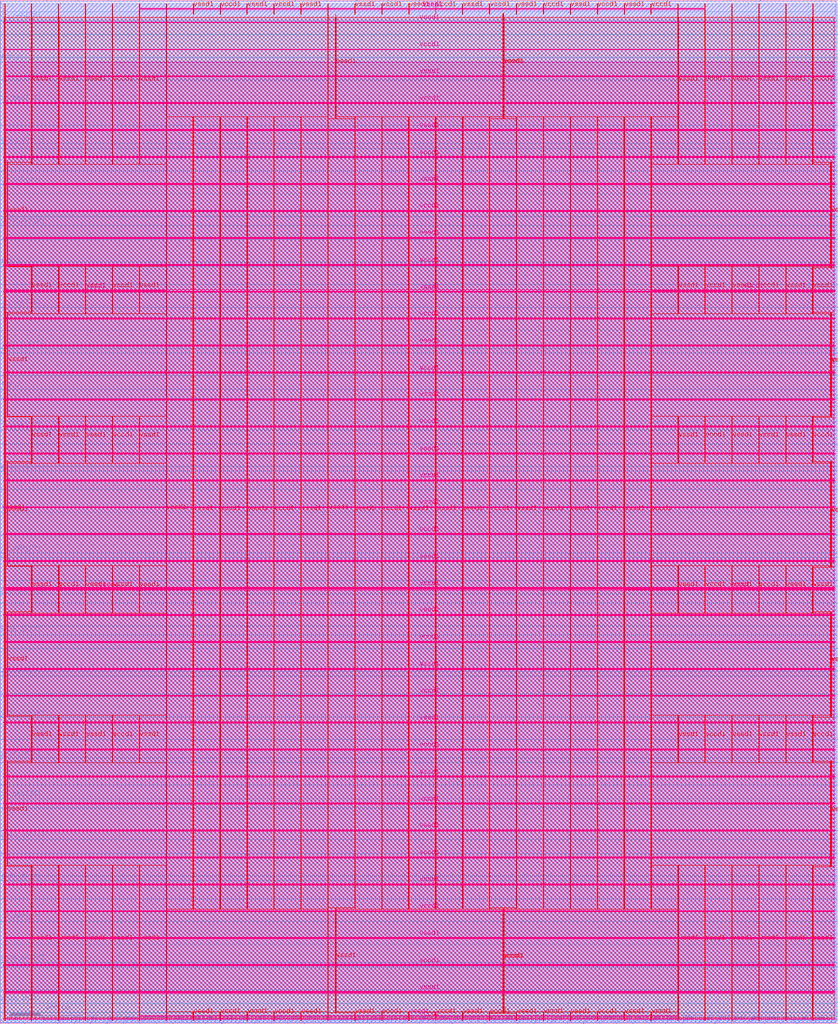
<source format=lef>
VERSION 5.7 ;
  NOWIREEXTENSIONATPIN ON ;
  DIVIDERCHAR "/" ;
  BUSBITCHARS "[]" ;
MACRO pulpino_top
  CLASS BLOCK ;
  FOREIGN pulpino_top ;
  ORIGIN 0.000 0.000 ;
  SIZE 2800.000 BY 3420.000 ;
  PIN clk
    DIRECTION INPUT ;
    USE SIGNAL ;
    PORT
      LAYER met2 ;
        RECT 27.230 0.000 27.510 4.000 ;
    END
  END clk
  PIN clk_sel_i
    DIRECTION INPUT ;
    USE SIGNAL ;
    PORT
      LAYER met3 ;
        RECT 2796.000 37.440 2800.000 38.040 ;
    END
  END clk_sel_i
  PIN clk_standalone_i
    DIRECTION INPUT ;
    USE SIGNAL ;
    PORT
      LAYER met3 ;
        RECT 2796.000 265.240 2800.000 265.840 ;
    END
  END clk_standalone_i
  PIN fetch_enable_i
    DIRECTION INPUT ;
    USE SIGNAL ;
    PORT
      LAYER met3 ;
        RECT 2796.000 720.840 2800.000 721.440 ;
    END
  END fetch_enable_i
  PIN gpio_in[0]
    DIRECTION INPUT ;
    USE SIGNAL ;
    PORT
      LAYER met2 ;
        RECT 1606.870 3416.000 1607.150 3420.000 ;
    END
  END gpio_in[0]
  PIN gpio_in[10]
    DIRECTION INPUT ;
    USE SIGNAL ;
    PORT
      LAYER met2 ;
        RECT 246.650 0.000 246.930 4.000 ;
    END
  END gpio_in[10]
  PIN gpio_in[11]
    DIRECTION INPUT ;
    USE SIGNAL ;
    PORT
      LAYER met2 ;
        RECT 301.390 0.000 301.670 4.000 ;
    END
  END gpio_in[11]
  PIN gpio_in[12]
    DIRECTION INPUT ;
    USE SIGNAL ;
    PORT
      LAYER met2 ;
        RECT 356.590 0.000 356.870 4.000 ;
    END
  END gpio_in[12]
  PIN gpio_in[13]
    DIRECTION INPUT ;
    USE SIGNAL ;
    PORT
      LAYER met2 ;
        RECT 411.330 0.000 411.610 4.000 ;
    END
  END gpio_in[13]
  PIN gpio_in[14]
    DIRECTION INPUT ;
    USE SIGNAL ;
    PORT
      LAYER met2 ;
        RECT 466.070 0.000 466.350 4.000 ;
    END
  END gpio_in[14]
  PIN gpio_in[15]
    DIRECTION INPUT ;
    USE SIGNAL ;
    PORT
      LAYER met2 ;
        RECT 521.270 0.000 521.550 4.000 ;
    END
  END gpio_in[15]
  PIN gpio_in[16]
    DIRECTION INPUT ;
    USE SIGNAL ;
    PORT
      LAYER met2 ;
        RECT 576.010 0.000 576.290 4.000 ;
    END
  END gpio_in[16]
  PIN gpio_in[17]
    DIRECTION INPUT ;
    USE SIGNAL ;
    PORT
      LAYER met2 ;
        RECT 630.750 0.000 631.030 4.000 ;
    END
  END gpio_in[17]
  PIN gpio_in[18]
    DIRECTION INPUT ;
    USE SIGNAL ;
    PORT
      LAYER met2 ;
        RECT 685.950 0.000 686.230 4.000 ;
    END
  END gpio_in[18]
  PIN gpio_in[19]
    DIRECTION INPUT ;
    USE SIGNAL ;
    PORT
      LAYER met2 ;
        RECT 740.690 0.000 740.970 4.000 ;
    END
  END gpio_in[19]
  PIN gpio_in[1]
    DIRECTION INPUT ;
    USE SIGNAL ;
    PORT
      LAYER met2 ;
        RECT 1918.290 3416.000 1918.570 3420.000 ;
    END
  END gpio_in[1]
  PIN gpio_in[20]
    DIRECTION INPUT ;
    USE SIGNAL ;
    PORT
      LAYER met2 ;
        RECT 795.430 0.000 795.710 4.000 ;
    END
  END gpio_in[20]
  PIN gpio_in[21]
    DIRECTION INPUT ;
    USE SIGNAL ;
    PORT
      LAYER met2 ;
        RECT 850.630 0.000 850.910 4.000 ;
    END
  END gpio_in[21]
  PIN gpio_in[22]
    DIRECTION INPUT ;
    USE SIGNAL ;
    PORT
      LAYER met2 ;
        RECT 905.370 0.000 905.650 4.000 ;
    END
  END gpio_in[22]
  PIN gpio_in[23]
    DIRECTION INPUT ;
    USE SIGNAL ;
    PORT
      LAYER met2 ;
        RECT 960.570 0.000 960.850 4.000 ;
    END
  END gpio_in[23]
  PIN gpio_in[24]
    DIRECTION INPUT ;
    USE SIGNAL ;
    PORT
      LAYER met2 ;
        RECT 1015.310 0.000 1015.590 4.000 ;
    END
  END gpio_in[24]
  PIN gpio_in[25]
    DIRECTION INPUT ;
    USE SIGNAL ;
    PORT
      LAYER met2 ;
        RECT 1070.050 0.000 1070.330 4.000 ;
    END
  END gpio_in[25]
  PIN gpio_in[26]
    DIRECTION INPUT ;
    USE SIGNAL ;
    PORT
      LAYER met2 ;
        RECT 1125.250 0.000 1125.530 4.000 ;
    END
  END gpio_in[26]
  PIN gpio_in[27]
    DIRECTION INPUT ;
    USE SIGNAL ;
    PORT
      LAYER met2 ;
        RECT 1179.990 0.000 1180.270 4.000 ;
    END
  END gpio_in[27]
  PIN gpio_in[28]
    DIRECTION INPUT ;
    USE SIGNAL ;
    PORT
      LAYER met2 ;
        RECT 1234.730 0.000 1235.010 4.000 ;
    END
  END gpio_in[28]
  PIN gpio_in[29]
    DIRECTION INPUT ;
    USE SIGNAL ;
    PORT
      LAYER met2 ;
        RECT 1289.930 0.000 1290.210 4.000 ;
    END
  END gpio_in[29]
  PIN gpio_in[2]
    DIRECTION INPUT ;
    USE SIGNAL ;
    PORT
      LAYER met2 ;
        RECT 2229.250 3416.000 2229.530 3420.000 ;
    END
  END gpio_in[2]
  PIN gpio_in[30]
    DIRECTION INPUT ;
    USE SIGNAL ;
    PORT
      LAYER met2 ;
        RECT 1344.670 0.000 1344.950 4.000 ;
    END
  END gpio_in[30]
  PIN gpio_in[31]
    DIRECTION INPUT ;
    USE SIGNAL ;
    PORT
      LAYER met2 ;
        RECT 1399.410 0.000 1399.690 4.000 ;
    END
  END gpio_in[31]
  PIN gpio_in[3]
    DIRECTION INPUT ;
    USE SIGNAL ;
    PORT
      LAYER met2 ;
        RECT 2540.210 3416.000 2540.490 3420.000 ;
    END
  END gpio_in[3]
  PIN gpio_in[4]
    DIRECTION INPUT ;
    USE SIGNAL ;
    PORT
      LAYER met3 ;
        RECT 0.000 68.040 4.000 68.640 ;
    END
  END gpio_in[4]
  PIN gpio_in[5]
    DIRECTION INPUT ;
    USE SIGNAL ;
    PORT
      LAYER met3 ;
        RECT 0.000 478.080 4.000 478.680 ;
    END
  END gpio_in[5]
  PIN gpio_in[6]
    DIRECTION INPUT ;
    USE SIGNAL ;
    PORT
      LAYER met3 ;
        RECT 0.000 888.120 4.000 888.720 ;
    END
  END gpio_in[6]
  PIN gpio_in[7]
    DIRECTION INPUT ;
    USE SIGNAL ;
    PORT
      LAYER met3 ;
        RECT 0.000 1298.840 4.000 1299.440 ;
    END
  END gpio_in[7]
  PIN gpio_in[8]
    DIRECTION INPUT ;
    USE SIGNAL ;
    PORT
      LAYER met2 ;
        RECT 136.710 0.000 136.990 4.000 ;
    END
  END gpio_in[8]
  PIN gpio_in[9]
    DIRECTION INPUT ;
    USE SIGNAL ;
    PORT
      LAYER met2 ;
        RECT 191.910 0.000 192.190 4.000 ;
    END
  END gpio_in[9]
  PIN gpio_out[0]
    DIRECTION OUTPUT TRISTATE ;
    USE SIGNAL ;
    PORT
      LAYER met3 ;
        RECT 0.000 204.720 4.000 205.320 ;
    END
  END gpio_out[0]
  PIN gpio_out[10]
    DIRECTION OUTPUT TRISTATE ;
    USE SIGNAL ;
    PORT
      LAYER met2 ;
        RECT 1564.090 0.000 1564.370 4.000 ;
    END
  END gpio_out[10]
  PIN gpio_out[11]
    DIRECTION OUTPUT TRISTATE ;
    USE SIGNAL ;
    PORT
      LAYER met2 ;
        RECT 1619.290 0.000 1619.570 4.000 ;
    END
  END gpio_out[11]
  PIN gpio_out[12]
    DIRECTION OUTPUT TRISTATE ;
    USE SIGNAL ;
    PORT
      LAYER met2 ;
        RECT 1674.030 0.000 1674.310 4.000 ;
    END
  END gpio_out[12]
  PIN gpio_out[13]
    DIRECTION OUTPUT TRISTATE ;
    USE SIGNAL ;
    PORT
      LAYER met2 ;
        RECT 1728.770 0.000 1729.050 4.000 ;
    END
  END gpio_out[13]
  PIN gpio_out[14]
    DIRECTION OUTPUT TRISTATE ;
    USE SIGNAL ;
    PORT
      LAYER met2 ;
        RECT 1783.970 0.000 1784.250 4.000 ;
    END
  END gpio_out[14]
  PIN gpio_out[15]
    DIRECTION OUTPUT TRISTATE ;
    USE SIGNAL ;
    PORT
      LAYER met2 ;
        RECT 1838.710 0.000 1838.990 4.000 ;
    END
  END gpio_out[15]
  PIN gpio_out[16]
    DIRECTION OUTPUT TRISTATE ;
    USE SIGNAL ;
    PORT
      LAYER met2 ;
        RECT 1893.910 0.000 1894.190 4.000 ;
    END
  END gpio_out[16]
  PIN gpio_out[17]
    DIRECTION OUTPUT TRISTATE ;
    USE SIGNAL ;
    PORT
      LAYER met2 ;
        RECT 1948.650 0.000 1948.930 4.000 ;
    END
  END gpio_out[17]
  PIN gpio_out[18]
    DIRECTION OUTPUT TRISTATE ;
    USE SIGNAL ;
    PORT
      LAYER met2 ;
        RECT 2003.390 0.000 2003.670 4.000 ;
    END
  END gpio_out[18]
  PIN gpio_out[19]
    DIRECTION OUTPUT TRISTATE ;
    USE SIGNAL ;
    PORT
      LAYER met2 ;
        RECT 2058.590 0.000 2058.870 4.000 ;
    END
  END gpio_out[19]
  PIN gpio_out[1]
    DIRECTION OUTPUT TRISTATE ;
    USE SIGNAL ;
    PORT
      LAYER met3 ;
        RECT 0.000 614.760 4.000 615.360 ;
    END
  END gpio_out[1]
  PIN gpio_out[20]
    DIRECTION OUTPUT TRISTATE ;
    USE SIGNAL ;
    PORT
      LAYER met2 ;
        RECT 2113.330 0.000 2113.610 4.000 ;
    END
  END gpio_out[20]
  PIN gpio_out[21]
    DIRECTION OUTPUT TRISTATE ;
    USE SIGNAL ;
    PORT
      LAYER met2 ;
        RECT 2168.070 0.000 2168.350 4.000 ;
    END
  END gpio_out[21]
  PIN gpio_out[22]
    DIRECTION OUTPUT TRISTATE ;
    USE SIGNAL ;
    PORT
      LAYER met2 ;
        RECT 2223.270 0.000 2223.550 4.000 ;
    END
  END gpio_out[22]
  PIN gpio_out[23]
    DIRECTION OUTPUT TRISTATE ;
    USE SIGNAL ;
    PORT
      LAYER met2 ;
        RECT 2278.010 0.000 2278.290 4.000 ;
    END
  END gpio_out[23]
  PIN gpio_out[24]
    DIRECTION OUTPUT TRISTATE ;
    USE SIGNAL ;
    PORT
      LAYER met2 ;
        RECT 2332.750 0.000 2333.030 4.000 ;
    END
  END gpio_out[24]
  PIN gpio_out[25]
    DIRECTION OUTPUT TRISTATE ;
    USE SIGNAL ;
    PORT
      LAYER met2 ;
        RECT 2387.950 0.000 2388.230 4.000 ;
    END
  END gpio_out[25]
  PIN gpio_out[26]
    DIRECTION OUTPUT TRISTATE ;
    USE SIGNAL ;
    PORT
      LAYER met2 ;
        RECT 2442.690 0.000 2442.970 4.000 ;
    END
  END gpio_out[26]
  PIN gpio_out[27]
    DIRECTION OUTPUT TRISTATE ;
    USE SIGNAL ;
    PORT
      LAYER met2 ;
        RECT 2497.430 0.000 2497.710 4.000 ;
    END
  END gpio_out[27]
  PIN gpio_out[28]
    DIRECTION OUTPUT TRISTATE ;
    USE SIGNAL ;
    PORT
      LAYER met2 ;
        RECT 2552.630 0.000 2552.910 4.000 ;
    END
  END gpio_out[28]
  PIN gpio_out[29]
    DIRECTION OUTPUT TRISTATE ;
    USE SIGNAL ;
    PORT
      LAYER met2 ;
        RECT 2607.370 0.000 2607.650 4.000 ;
    END
  END gpio_out[29]
  PIN gpio_out[2]
    DIRECTION OUTPUT TRISTATE ;
    USE SIGNAL ;
    PORT
      LAYER met3 ;
        RECT 0.000 1025.480 4.000 1026.080 ;
    END
  END gpio_out[2]
  PIN gpio_out[30]
    DIRECTION OUTPUT TRISTATE ;
    USE SIGNAL ;
    PORT
      LAYER met2 ;
        RECT 2662.110 0.000 2662.390 4.000 ;
    END
  END gpio_out[30]
  PIN gpio_out[31]
    DIRECTION OUTPUT TRISTATE ;
    USE SIGNAL ;
    PORT
      LAYER met2 ;
        RECT 2717.310 0.000 2717.590 4.000 ;
    END
  END gpio_out[31]
  PIN gpio_out[3]
    DIRECTION OUTPUT TRISTATE ;
    USE SIGNAL ;
    PORT
      LAYER met3 ;
        RECT 0.000 1435.520 4.000 1436.120 ;
    END
  END gpio_out[3]
  PIN gpio_out[4]
    DIRECTION OUTPUT TRISTATE ;
    USE SIGNAL ;
    PORT
      LAYER met3 ;
        RECT 0.000 1846.240 4.000 1846.840 ;
    END
  END gpio_out[4]
  PIN gpio_out[5]
    DIRECTION OUTPUT TRISTATE ;
    USE SIGNAL ;
    PORT
      LAYER met3 ;
        RECT 0.000 2256.280 4.000 2256.880 ;
    END
  END gpio_out[5]
  PIN gpio_out[6]
    DIRECTION OUTPUT TRISTATE ;
    USE SIGNAL ;
    PORT
      LAYER met3 ;
        RECT 0.000 2667.000 4.000 2667.600 ;
    END
  END gpio_out[6]
  PIN gpio_out[7]
    DIRECTION OUTPUT TRISTATE ;
    USE SIGNAL ;
    PORT
      LAYER met3 ;
        RECT 0.000 2940.360 4.000 2940.960 ;
    END
  END gpio_out[7]
  PIN gpio_out[8]
    DIRECTION OUTPUT TRISTATE ;
    USE SIGNAL ;
    PORT
      LAYER met2 ;
        RECT 1454.610 0.000 1454.890 4.000 ;
    END
  END gpio_out[8]
  PIN gpio_out[9]
    DIRECTION OUTPUT TRISTATE ;
    USE SIGNAL ;
    PORT
      LAYER met2 ;
        RECT 1509.350 0.000 1509.630 4.000 ;
    END
  END gpio_out[9]
  PIN io_oeb[0]
    DIRECTION OUTPUT TRISTATE ;
    USE SIGNAL ;
    PORT
      LAYER met3 ;
        RECT 2796.000 189.080 2800.000 189.680 ;
    END
  END io_oeb[0]
  PIN io_oeb[10]
    DIRECTION OUTPUT TRISTATE ;
    USE SIGNAL ;
    PORT
      LAYER met3 ;
        RECT 2796.000 2469.120 2800.000 2469.720 ;
    END
  END io_oeb[10]
  PIN io_oeb[11]
    DIRECTION OUTPUT TRISTATE ;
    USE SIGNAL ;
    PORT
      LAYER met3 ;
        RECT 2796.000 2696.920 2800.000 2697.520 ;
    END
  END io_oeb[11]
  PIN io_oeb[12]
    DIRECTION OUTPUT TRISTATE ;
    USE SIGNAL ;
    PORT
      LAYER met3 ;
        RECT 2796.000 2924.720 2800.000 2925.320 ;
    END
  END io_oeb[12]
  PIN io_oeb[13]
    DIRECTION OUTPUT TRISTATE ;
    USE SIGNAL ;
    PORT
      LAYER met3 ;
        RECT 2796.000 3152.520 2800.000 3153.120 ;
    END
  END io_oeb[13]
  PIN io_oeb[14]
    DIRECTION OUTPUT TRISTATE ;
    USE SIGNAL ;
    PORT
      LAYER met3 ;
        RECT 2796.000 3381.000 2800.000 3381.600 ;
    END
  END io_oeb[14]
  PIN io_oeb[15]
    DIRECTION OUTPUT TRISTATE ;
    USE SIGNAL ;
    PORT
      LAYER met2 ;
        RECT 258.610 3416.000 258.890 3420.000 ;
    END
  END io_oeb[15]
  PIN io_oeb[16]
    DIRECTION OUTPUT TRISTATE ;
    USE SIGNAL ;
    PORT
      LAYER met2 ;
        RECT 570.030 3416.000 570.310 3420.000 ;
    END
  END io_oeb[16]
  PIN io_oeb[17]
    DIRECTION OUTPUT TRISTATE ;
    USE SIGNAL ;
    PORT
      LAYER met2 ;
        RECT 880.990 3416.000 881.270 3420.000 ;
    END
  END io_oeb[17]
  PIN io_oeb[18]
    DIRECTION OUTPUT TRISTATE ;
    USE SIGNAL ;
    PORT
      LAYER met2 ;
        RECT 1191.950 3416.000 1192.230 3420.000 ;
    END
  END io_oeb[18]
  PIN io_oeb[19]
    DIRECTION OUTPUT TRISTATE ;
    USE SIGNAL ;
    PORT
      LAYER met2 ;
        RECT 1503.370 3416.000 1503.650 3420.000 ;
    END
  END io_oeb[19]
  PIN io_oeb[1]
    DIRECTION OUTPUT TRISTATE ;
    USE SIGNAL ;
    PORT
      LAYER met3 ;
        RECT 2796.000 416.880 2800.000 417.480 ;
    END
  END io_oeb[1]
  PIN io_oeb[20]
    DIRECTION OUTPUT TRISTATE ;
    USE SIGNAL ;
    PORT
      LAYER met2 ;
        RECT 1814.330 3416.000 1814.610 3420.000 ;
    END
  END io_oeb[20]
  PIN io_oeb[21]
    DIRECTION OUTPUT TRISTATE ;
    USE SIGNAL ;
    PORT
      LAYER met2 ;
        RECT 2125.290 3416.000 2125.570 3420.000 ;
    END
  END io_oeb[21]
  PIN io_oeb[22]
    DIRECTION OUTPUT TRISTATE ;
    USE SIGNAL ;
    PORT
      LAYER met2 ;
        RECT 2436.710 3416.000 2436.990 3420.000 ;
    END
  END io_oeb[22]
  PIN io_oeb[23]
    DIRECTION OUTPUT TRISTATE ;
    USE SIGNAL ;
    PORT
      LAYER met2 ;
        RECT 2747.670 3416.000 2747.950 3420.000 ;
    END
  END io_oeb[23]
  PIN io_oeb[24]
    DIRECTION OUTPUT TRISTATE ;
    USE SIGNAL ;
    PORT
      LAYER met3 ;
        RECT 0.000 341.400 4.000 342.000 ;
    END
  END io_oeb[24]
  PIN io_oeb[25]
    DIRECTION OUTPUT TRISTATE ;
    USE SIGNAL ;
    PORT
      LAYER met3 ;
        RECT 0.000 751.440 4.000 752.040 ;
    END
  END io_oeb[25]
  PIN io_oeb[26]
    DIRECTION OUTPUT TRISTATE ;
    USE SIGNAL ;
    PORT
      LAYER met3 ;
        RECT 0.000 1162.160 4.000 1162.760 ;
    END
  END io_oeb[26]
  PIN io_oeb[27]
    DIRECTION OUTPUT TRISTATE ;
    USE SIGNAL ;
    PORT
      LAYER met3 ;
        RECT 0.000 1572.200 4.000 1572.800 ;
    END
  END io_oeb[27]
  PIN io_oeb[28]
    DIRECTION OUTPUT TRISTATE ;
    USE SIGNAL ;
    PORT
      LAYER met3 ;
        RECT 0.000 1982.920 4.000 1983.520 ;
    END
  END io_oeb[28]
  PIN io_oeb[29]
    DIRECTION OUTPUT TRISTATE ;
    USE SIGNAL ;
    PORT
      LAYER met3 ;
        RECT 0.000 2392.960 4.000 2393.560 ;
    END
  END io_oeb[29]
  PIN io_oeb[2]
    DIRECTION OUTPUT TRISTATE ;
    USE SIGNAL ;
    PORT
      LAYER met3 ;
        RECT 2796.000 645.360 2800.000 645.960 ;
    END
  END io_oeb[2]
  PIN io_oeb[30]
    DIRECTION OUTPUT TRISTATE ;
    USE SIGNAL ;
    PORT
      LAYER met3 ;
        RECT 0.000 2803.680 4.000 2804.280 ;
    END
  END io_oeb[30]
  PIN io_oeb[31]
    DIRECTION OUTPUT TRISTATE ;
    USE SIGNAL ;
    PORT
      LAYER met3 ;
        RECT 0.000 3077.040 4.000 3077.640 ;
    END
  END io_oeb[31]
  PIN io_oeb[32]
    DIRECTION OUTPUT TRISTATE ;
    USE SIGNAL ;
    PORT
      LAYER met3 ;
        RECT 0.000 3350.400 4.000 3351.000 ;
    END
  END io_oeb[32]
  PIN io_oeb[3]
    DIRECTION OUTPUT TRISTATE ;
    USE SIGNAL ;
    PORT
      LAYER met3 ;
        RECT 2796.000 873.160 2800.000 873.760 ;
    END
  END io_oeb[3]
  PIN io_oeb[4]
    DIRECTION OUTPUT TRISTATE ;
    USE SIGNAL ;
    PORT
      LAYER met3 ;
        RECT 2796.000 1100.960 2800.000 1101.560 ;
    END
  END io_oeb[4]
  PIN io_oeb[5]
    DIRECTION OUTPUT TRISTATE ;
    USE SIGNAL ;
    PORT
      LAYER met3 ;
        RECT 2796.000 1328.760 2800.000 1329.360 ;
    END
  END io_oeb[5]
  PIN io_oeb[6]
    DIRECTION OUTPUT TRISTATE ;
    USE SIGNAL ;
    PORT
      LAYER met3 ;
        RECT 2796.000 1557.240 2800.000 1557.840 ;
    END
  END io_oeb[6]
  PIN io_oeb[7]
    DIRECTION OUTPUT TRISTATE ;
    USE SIGNAL ;
    PORT
      LAYER met3 ;
        RECT 2796.000 1785.040 2800.000 1785.640 ;
    END
  END io_oeb[7]
  PIN io_oeb[8]
    DIRECTION OUTPUT TRISTATE ;
    USE SIGNAL ;
    PORT
      LAYER met3 ;
        RECT 2796.000 2012.840 2800.000 2013.440 ;
    END
  END io_oeb[8]
  PIN io_oeb[9]
    DIRECTION OUTPUT TRISTATE ;
    USE SIGNAL ;
    PORT
      LAYER met3 ;
        RECT 2796.000 2240.640 2800.000 2241.240 ;
    END
  END io_oeb[9]
  PIN rst_n
    DIRECTION INPUT ;
    USE SIGNAL ;
    PORT
      LAYER met2 ;
        RECT 81.970 0.000 82.250 4.000 ;
    END
  END rst_n
  PIN scan_enable_i
    DIRECTION INPUT ;
    USE SIGNAL ;
    PORT
      LAYER met3 ;
        RECT 2796.000 949.320 2800.000 949.920 ;
    END
  END scan_enable_i
  PIN scl_pad_i
    DIRECTION INPUT ;
    USE SIGNAL ;
    PORT
      LAYER met2 ;
        RECT 51.610 3416.000 51.890 3420.000 ;
    END
  END scl_pad_i
  PIN scl_pad_o
    DIRECTION OUTPUT TRISTATE ;
    USE SIGNAL ;
    PORT
      LAYER met2 ;
        RECT 777.490 3416.000 777.770 3420.000 ;
    END
  END scl_pad_o
  PIN scl_padoen_o
    DIRECTION OUTPUT TRISTATE ;
    USE SIGNAL ;
    PORT
      LAYER met2 ;
        RECT 1088.450 3416.000 1088.730 3420.000 ;
    END
  END scl_padoen_o
  PIN sda_pad_i
    DIRECTION INPUT ;
    USE SIGNAL ;
    PORT
      LAYER met2 ;
        RECT 362.570 3416.000 362.850 3420.000 ;
    END
  END sda_pad_i
  PIN sda_pad_o
    DIRECTION OUTPUT TRISTATE ;
    USE SIGNAL ;
    PORT
      LAYER met2 ;
        RECT 1399.410 3416.000 1399.690 3420.000 ;
    END
  END sda_pad_o
  PIN sda_padoen_o
    DIRECTION OUTPUT TRISTATE ;
    USE SIGNAL ;
    PORT
      LAYER met2 ;
        RECT 1710.830 3416.000 1711.110 3420.000 ;
    END
  END sda_padoen_o
  PIN spi_clk_i
    DIRECTION INPUT ;
    USE SIGNAL ;
    PORT
      LAYER met3 ;
        RECT 2796.000 1177.120 2800.000 1177.720 ;
    END
  END spi_clk_i
  PIN spi_cs_i
    DIRECTION INPUT ;
    USE SIGNAL ;
    PORT
      LAYER met3 ;
        RECT 2796.000 1404.920 2800.000 1405.520 ;
    END
  END spi_cs_i
  PIN spi_master_clk_o
    DIRECTION OUTPUT TRISTATE ;
    USE SIGNAL ;
    PORT
      LAYER met3 ;
        RECT 2796.000 1481.080 2800.000 1481.680 ;
    END
  END spi_master_clk_o
  PIN spi_master_csn0_o
    DIRECTION OUTPUT TRISTATE ;
    USE SIGNAL ;
    PORT
      LAYER met3 ;
        RECT 2796.000 1708.880 2800.000 1709.480 ;
    END
  END spi_master_csn0_o
  PIN spi_master_csn1_o
    DIRECTION OUTPUT TRISTATE ;
    USE SIGNAL ;
    PORT
      LAYER met3 ;
        RECT 2796.000 1936.680 2800.000 1937.280 ;
    END
  END spi_master_csn1_o
  PIN spi_master_csn2_o
    DIRECTION OUTPUT TRISTATE ;
    USE SIGNAL ;
    PORT
      LAYER met3 ;
        RECT 2796.000 2165.160 2800.000 2165.760 ;
    END
  END spi_master_csn2_o
  PIN spi_master_csn3_o
    DIRECTION OUTPUT TRISTATE ;
    USE SIGNAL ;
    PORT
      LAYER met3 ;
        RECT 2796.000 2392.960 2800.000 2393.560 ;
    END
  END spi_master_csn3_o
  PIN spi_master_mode_o[0]
    DIRECTION OUTPUT TRISTATE ;
    USE SIGNAL ;
    PORT
      LAYER met3 ;
        RECT 2796.000 2620.760 2800.000 2621.360 ;
    END
  END spi_master_mode_o[0]
  PIN spi_master_mode_o[1]
    DIRECTION OUTPUT TRISTATE ;
    USE SIGNAL ;
    PORT
      LAYER met3 ;
        RECT 2796.000 2848.560 2800.000 2849.160 ;
    END
  END spi_master_mode_o[1]
  PIN spi_master_sdi0_i
    DIRECTION INPUT ;
    USE SIGNAL ;
    PORT
      LAYER met3 ;
        RECT 2796.000 2544.600 2800.000 2545.200 ;
    END
  END spi_master_sdi0_i
  PIN spi_master_sdi1_i
    DIRECTION INPUT ;
    USE SIGNAL ;
    PORT
      LAYER met3 ;
        RECT 2796.000 2773.080 2800.000 2773.680 ;
    END
  END spi_master_sdi1_i
  PIN spi_master_sdi2_i
    DIRECTION INPUT ;
    USE SIGNAL ;
    PORT
      LAYER met3 ;
        RECT 2796.000 3000.880 2800.000 3001.480 ;
    END
  END spi_master_sdi2_i
  PIN spi_master_sdi3_i
    DIRECTION INPUT ;
    USE SIGNAL ;
    PORT
      LAYER met3 ;
        RECT 2796.000 3228.680 2800.000 3229.280 ;
    END
  END spi_master_sdi3_i
  PIN spi_master_sdo0_o
    DIRECTION OUTPUT TRISTATE ;
    USE SIGNAL ;
    PORT
      LAYER met3 ;
        RECT 2796.000 3077.040 2800.000 3077.640 ;
    END
  END spi_master_sdo0_o
  PIN spi_master_sdo1_o
    DIRECTION OUTPUT TRISTATE ;
    USE SIGNAL ;
    PORT
      LAYER met3 ;
        RECT 2796.000 3304.840 2800.000 3305.440 ;
    END
  END spi_master_sdo1_o
  PIN spi_master_sdo2_o
    DIRECTION OUTPUT TRISTATE ;
    USE SIGNAL ;
    PORT
      LAYER met2 ;
        RECT 155.110 3416.000 155.390 3420.000 ;
    END
  END spi_master_sdo2_o
  PIN spi_master_sdo3_o
    DIRECTION OUTPUT TRISTATE ;
    USE SIGNAL ;
    PORT
      LAYER met2 ;
        RECT 466.070 3416.000 466.350 3420.000 ;
    END
  END spi_master_sdo3_o
  PIN spi_mode_o[0]
    DIRECTION OUTPUT TRISTATE ;
    USE SIGNAL ;
    PORT
      LAYER met3 ;
        RECT 2796.000 112.920 2800.000 113.520 ;
    END
  END spi_mode_o[0]
  PIN spi_mode_o[1]
    DIRECTION OUTPUT TRISTATE ;
    USE SIGNAL ;
    PORT
      LAYER met3 ;
        RECT 2796.000 341.400 2800.000 342.000 ;
    END
  END spi_mode_o[1]
  PIN spi_sdi0_i
    DIRECTION INPUT ;
    USE SIGNAL ;
    PORT
      LAYER met3 ;
        RECT 2796.000 1632.720 2800.000 1633.320 ;
    END
  END spi_sdi0_i
  PIN spi_sdi1_i
    DIRECTION INPUT ;
    USE SIGNAL ;
    PORT
      LAYER met3 ;
        RECT 2796.000 1861.200 2800.000 1861.800 ;
    END
  END spi_sdi1_i
  PIN spi_sdi2_i
    DIRECTION INPUT ;
    USE SIGNAL ;
    PORT
      LAYER met3 ;
        RECT 2796.000 2089.000 2800.000 2089.600 ;
    END
  END spi_sdi2_i
  PIN spi_sdi3_i
    DIRECTION INPUT ;
    USE SIGNAL ;
    PORT
      LAYER met3 ;
        RECT 2796.000 2316.800 2800.000 2317.400 ;
    END
  END spi_sdi3_i
  PIN spi_sdo0_o
    DIRECTION OUTPUT TRISTATE ;
    USE SIGNAL ;
    PORT
      LAYER met3 ;
        RECT 2796.000 569.200 2800.000 569.800 ;
    END
  END spi_sdo0_o
  PIN spi_sdo1_o
    DIRECTION OUTPUT TRISTATE ;
    USE SIGNAL ;
    PORT
      LAYER met3 ;
        RECT 2796.000 797.000 2800.000 797.600 ;
    END
  END spi_sdo1_o
  PIN spi_sdo2_o
    DIRECTION OUTPUT TRISTATE ;
    USE SIGNAL ;
    PORT
      LAYER met3 ;
        RECT 2796.000 1024.800 2800.000 1025.400 ;
    END
  END spi_sdo2_o
  PIN spi_sdo3_o
    DIRECTION OUTPUT TRISTATE ;
    USE SIGNAL ;
    PORT
      LAYER met3 ;
        RECT 2796.000 1253.280 2800.000 1253.880 ;
    END
  END spi_sdo3_o
  PIN tck_i
    DIRECTION INPUT ;
    USE SIGNAL ;
    PORT
      LAYER met2 ;
        RECT 2772.050 0.000 2772.330 4.000 ;
    END
  END tck_i
  PIN tdi_i
    DIRECTION INPUT ;
    USE SIGNAL ;
    PORT
      LAYER met3 ;
        RECT 0.000 2529.640 4.000 2530.240 ;
    END
  END tdi_i
  PIN tdo_o
    DIRECTION OUTPUT TRISTATE ;
    USE SIGNAL ;
    PORT
      LAYER met3 ;
        RECT 0.000 3213.720 4.000 3214.320 ;
    END
  END tdo_o
  PIN testmode_i
    DIRECTION INPUT ;
    USE SIGNAL ;
    PORT
      LAYER met3 ;
        RECT 2796.000 493.040 2800.000 493.640 ;
    END
  END testmode_i
  PIN tms_i
    DIRECTION INPUT ;
    USE SIGNAL ;
    PORT
      LAYER met3 ;
        RECT 0.000 2119.600 4.000 2120.200 ;
    END
  END tms_i
  PIN trstn_i
    DIRECTION INPUT ;
    USE SIGNAL ;
    PORT
      LAYER met3 ;
        RECT 0.000 1708.880 4.000 1709.480 ;
    END
  END trstn_i
  PIN uart_cts
    DIRECTION INPUT ;
    USE SIGNAL ;
    PORT
      LAYER met2 ;
        RECT 984.950 3416.000 985.230 3420.000 ;
    END
  END uart_cts
  PIN uart_dsr
    DIRECTION INPUT ;
    USE SIGNAL ;
    PORT
      LAYER met2 ;
        RECT 1295.910 3416.000 1296.190 3420.000 ;
    END
  END uart_dsr
  PIN uart_dtr
    DIRECTION OUTPUT TRISTATE ;
    USE SIGNAL ;
    PORT
      LAYER met2 ;
        RECT 2644.170 3416.000 2644.450 3420.000 ;
    END
  END uart_dtr
  PIN uart_rts
    DIRECTION OUTPUT TRISTATE ;
    USE SIGNAL ;
    PORT
      LAYER met2 ;
        RECT 2332.750 3416.000 2333.030 3420.000 ;
    END
  END uart_rts
  PIN uart_rx
    DIRECTION INPUT ;
    USE SIGNAL ;
    PORT
      LAYER met2 ;
        RECT 673.530 3416.000 673.810 3420.000 ;
    END
  END uart_rx
  PIN uart_tx
    DIRECTION OUTPUT TRISTATE ;
    USE SIGNAL ;
    PORT
      LAYER met2 ;
        RECT 2021.790 3416.000 2022.070 3420.000 ;
    END
  END uart_tx
  PIN vccd1
    DIRECTION INOUT ;
    USE POWER ;
    PORT
      LAYER met4 ;
        RECT 14.320 10.640 15.920 3408.400 ;
    END
    PORT
      LAYER met4 ;
        RECT 194.320 10.640 195.920 530.000 ;
    END
    PORT
      LAYER met4 ;
        RECT 194.320 872.700 195.920 1030.000 ;
    END
    PORT
      LAYER met4 ;
        RECT 194.320 1372.700 195.920 1530.000 ;
    END
    PORT
      LAYER met4 ;
        RECT 194.320 1872.700 195.920 2030.000 ;
    END
    PORT
      LAYER met4 ;
        RECT 194.320 2372.700 195.920 2530.000 ;
    END
    PORT
      LAYER met4 ;
        RECT 194.320 2872.700 195.920 3408.400 ;
    END
    PORT
      LAYER met4 ;
        RECT 374.320 10.640 375.920 530.000 ;
    END
    PORT
      LAYER met4 ;
        RECT 374.320 872.700 375.920 1030.000 ;
    END
    PORT
      LAYER met4 ;
        RECT 374.320 1372.700 375.920 1530.000 ;
    END
    PORT
      LAYER met4 ;
        RECT 374.320 1872.700 375.920 2030.000 ;
    END
    PORT
      LAYER met4 ;
        RECT 374.320 2372.700 375.920 2530.000 ;
    END
    PORT
      LAYER met4 ;
        RECT 374.320 2872.700 375.920 3408.400 ;
    END
    PORT
      LAYER met4 ;
        RECT 554.320 10.640 555.920 3408.400 ;
    END
    PORT
      LAYER met4 ;
        RECT 734.320 10.640 735.920 40.000 ;
    END
    PORT
      LAYER met4 ;
        RECT 734.320 382.700 735.920 3030.000 ;
    END
    PORT
      LAYER met4 ;
        RECT 734.320 3372.700 735.920 3408.400 ;
    END
    PORT
      LAYER met4 ;
        RECT 914.320 10.640 915.920 40.000 ;
    END
    PORT
      LAYER met4 ;
        RECT 914.320 382.700 915.920 3030.000 ;
    END
    PORT
      LAYER met4 ;
        RECT 914.320 3372.700 915.920 3408.400 ;
    END
    PORT
      LAYER met4 ;
        RECT 1094.320 10.640 1095.920 3408.400 ;
    END
    PORT
      LAYER met4 ;
        RECT 1274.320 10.640 1275.920 40.000 ;
    END
    PORT
      LAYER met4 ;
        RECT 1274.320 382.700 1275.920 3030.000 ;
    END
    PORT
      LAYER met4 ;
        RECT 1274.320 3372.700 1275.920 3408.400 ;
    END
    PORT
      LAYER met4 ;
        RECT 1454.320 10.640 1455.920 40.000 ;
    END
    PORT
      LAYER met4 ;
        RECT 1454.320 382.700 1455.920 3030.000 ;
    END
    PORT
      LAYER met4 ;
        RECT 1454.320 3372.700 1455.920 3408.400 ;
    END
    PORT
      LAYER met4 ;
        RECT 1634.320 10.640 1635.920 40.000 ;
    END
    PORT
      LAYER met4 ;
        RECT 1634.320 382.700 1635.920 3030.000 ;
    END
    PORT
      LAYER met4 ;
        RECT 1634.320 3372.700 1635.920 3408.400 ;
    END
    PORT
      LAYER met4 ;
        RECT 1814.320 10.640 1815.920 40.000 ;
    END
    PORT
      LAYER met4 ;
        RECT 1814.320 382.700 1815.920 3030.000 ;
    END
    PORT
      LAYER met4 ;
        RECT 1814.320 3372.700 1815.920 3408.400 ;
    END
    PORT
      LAYER met4 ;
        RECT 1994.320 10.640 1995.920 40.000 ;
    END
    PORT
      LAYER met4 ;
        RECT 1994.320 382.700 1995.920 3030.000 ;
    END
    PORT
      LAYER met4 ;
        RECT 1994.320 3372.700 1995.920 3408.400 ;
    END
    PORT
      LAYER met4 ;
        RECT 2174.320 10.640 2175.920 40.000 ;
    END
    PORT
      LAYER met4 ;
        RECT 2174.320 382.700 2175.920 3030.000 ;
    END
    PORT
      LAYER met4 ;
        RECT 2174.320 3372.700 2175.920 3408.400 ;
    END
    PORT
      LAYER met4 ;
        RECT 2354.320 10.640 2355.920 530.000 ;
    END
    PORT
      LAYER met4 ;
        RECT 2354.320 872.700 2355.920 1030.000 ;
    END
    PORT
      LAYER met4 ;
        RECT 2354.320 1372.700 2355.920 1530.000 ;
    END
    PORT
      LAYER met4 ;
        RECT 2354.320 1872.700 2355.920 2030.000 ;
    END
    PORT
      LAYER met4 ;
        RECT 2354.320 2372.700 2355.920 2530.000 ;
    END
    PORT
      LAYER met4 ;
        RECT 2354.320 2872.700 2355.920 3408.400 ;
    END
    PORT
      LAYER met4 ;
        RECT 2534.320 10.640 2535.920 530.000 ;
    END
    PORT
      LAYER met4 ;
        RECT 2534.320 872.700 2535.920 1030.000 ;
    END
    PORT
      LAYER met4 ;
        RECT 2534.320 1372.700 2535.920 1530.000 ;
    END
    PORT
      LAYER met4 ;
        RECT 2534.320 1872.700 2535.920 2030.000 ;
    END
    PORT
      LAYER met4 ;
        RECT 2534.320 2372.700 2535.920 2530.000 ;
    END
    PORT
      LAYER met4 ;
        RECT 2534.320 2872.700 2535.920 3408.400 ;
    END
    PORT
      LAYER met4 ;
        RECT 2714.320 10.640 2715.920 530.000 ;
    END
    PORT
      LAYER met4 ;
        RECT 2714.320 872.700 2715.920 1030.000 ;
    END
    PORT
      LAYER met4 ;
        RECT 2714.320 1372.700 2715.920 1530.000 ;
    END
    PORT
      LAYER met4 ;
        RECT 2714.320 1872.700 2715.920 2030.000 ;
    END
    PORT
      LAYER met4 ;
        RECT 2714.320 2372.700 2715.920 2530.000 ;
    END
    PORT
      LAYER met4 ;
        RECT 2714.320 2872.700 2715.920 3408.400 ;
    END
    PORT
      LAYER met5 ;
        RECT 9.880 15.080 2790.140 16.680 ;
    END
    PORT
      LAYER met5 ;
        RECT 9.880 195.080 2790.140 196.680 ;
    END
    PORT
      LAYER met5 ;
        RECT 9.880 375.080 2790.140 376.680 ;
    END
    PORT
      LAYER met5 ;
        RECT 9.880 555.080 2790.140 556.680 ;
    END
    PORT
      LAYER met5 ;
        RECT 9.880 735.080 2790.140 736.680 ;
    END
    PORT
      LAYER met5 ;
        RECT 9.880 915.080 2790.140 916.680 ;
    END
    PORT
      LAYER met5 ;
        RECT 9.880 1095.080 2790.140 1096.680 ;
    END
    PORT
      LAYER met5 ;
        RECT 9.880 1275.080 2790.140 1276.680 ;
    END
    PORT
      LAYER met5 ;
        RECT 9.880 1455.080 2790.140 1456.680 ;
    END
    PORT
      LAYER met5 ;
        RECT 9.880 1635.080 2790.140 1636.680 ;
    END
    PORT
      LAYER met5 ;
        RECT 9.880 1815.080 2790.140 1816.680 ;
    END
    PORT
      LAYER met5 ;
        RECT 9.880 1995.080 2790.140 1996.680 ;
    END
    PORT
      LAYER met5 ;
        RECT 9.880 2175.080 2790.140 2176.680 ;
    END
    PORT
      LAYER met5 ;
        RECT 9.880 2355.080 2790.140 2356.680 ;
    END
    PORT
      LAYER met5 ;
        RECT 9.880 2535.080 2790.140 2536.680 ;
    END
    PORT
      LAYER met5 ;
        RECT 9.880 2715.080 2790.140 2716.680 ;
    END
    PORT
      LAYER met5 ;
        RECT 9.880 2895.080 2790.140 2896.680 ;
    END
    PORT
      LAYER met5 ;
        RECT 9.880 3075.080 2790.140 3076.680 ;
    END
    PORT
      LAYER met5 ;
        RECT 9.880 3255.080 2790.140 3256.680 ;
    END
    PORT
      LAYER met4 ;
        RECT 1678.660 3024.400 1680.260 3375.760 ;
    END
    PORT
      LAYER met4 ;
        RECT 2773.460 1025.200 2775.060 1376.560 ;
    END
    PORT
      LAYER met4 ;
        RECT 1678.660 35.120 1680.260 386.480 ;
    END
    PORT
      LAYER met4 ;
        RECT 2773.460 524.720 2775.060 876.080 ;
    END
    PORT
      LAYER met4 ;
        RECT 2773.460 2026.160 2775.060 2377.520 ;
    END
    PORT
      LAYER met4 ;
        RECT 2773.460 1525.680 2775.060 1877.040 ;
    END
    PORT
      LAYER met5 ;
        RECT 464.320 3387.300 2355.920 3388.900 ;
    END
    PORT
      LAYER met4 ;
        RECT 2773.460 2526.640 2775.060 2878.000 ;
    END
    PORT
      LAYER met5 ;
        RECT 14.320 2448.900 555.920 2450.500 ;
    END
    PORT
      LAYER met5 ;
        RECT 2174.320 2448.900 2790.140 2450.500 ;
    END
  END vccd1
  PIN vssd1
    DIRECTION INOUT ;
    USE GROUND ;
    PORT
      LAYER met4 ;
        RECT 104.320 10.640 105.920 530.000 ;
    END
    PORT
      LAYER met4 ;
        RECT 104.320 872.700 105.920 1030.000 ;
    END
    PORT
      LAYER met4 ;
        RECT 104.320 1372.700 105.920 1530.000 ;
    END
    PORT
      LAYER met4 ;
        RECT 104.320 1872.700 105.920 2030.000 ;
    END
    PORT
      LAYER met4 ;
        RECT 104.320 2372.700 105.920 2530.000 ;
    END
    PORT
      LAYER met4 ;
        RECT 104.320 2872.700 105.920 3408.400 ;
    END
    PORT
      LAYER met4 ;
        RECT 284.320 10.640 285.920 530.000 ;
    END
    PORT
      LAYER met4 ;
        RECT 284.320 872.700 285.920 1030.000 ;
    END
    PORT
      LAYER met4 ;
        RECT 284.320 1372.700 285.920 1530.000 ;
    END
    PORT
      LAYER met4 ;
        RECT 284.320 1872.700 285.920 2030.000 ;
    END
    PORT
      LAYER met4 ;
        RECT 284.320 2372.700 285.920 2530.000 ;
    END
    PORT
      LAYER met4 ;
        RECT 284.320 2872.700 285.920 3408.400 ;
    END
    PORT
      LAYER met4 ;
        RECT 464.320 10.640 465.920 530.000 ;
    END
    PORT
      LAYER met4 ;
        RECT 464.320 872.700 465.920 1030.000 ;
    END
    PORT
      LAYER met4 ;
        RECT 464.320 1372.700 465.920 1530.000 ;
    END
    PORT
      LAYER met4 ;
        RECT 464.320 1872.700 465.920 2030.000 ;
    END
    PORT
      LAYER met4 ;
        RECT 464.320 2372.700 465.920 2530.000 ;
    END
    PORT
      LAYER met4 ;
        RECT 464.320 2872.700 465.920 3408.400 ;
    END
    PORT
      LAYER met4 ;
        RECT 644.320 10.640 645.920 40.000 ;
    END
    PORT
      LAYER met4 ;
        RECT 644.320 382.700 645.920 3030.000 ;
    END
    PORT
      LAYER met4 ;
        RECT 644.320 3372.700 645.920 3408.400 ;
    END
    PORT
      LAYER met4 ;
        RECT 824.320 10.640 825.920 40.000 ;
    END
    PORT
      LAYER met4 ;
        RECT 824.320 382.700 825.920 3030.000 ;
    END
    PORT
      LAYER met4 ;
        RECT 824.320 3372.700 825.920 3408.400 ;
    END
    PORT
      LAYER met4 ;
        RECT 1004.320 10.640 1005.920 40.000 ;
    END
    PORT
      LAYER met4 ;
        RECT 1004.320 382.700 1005.920 3030.000 ;
    END
    PORT
      LAYER met4 ;
        RECT 1004.320 3372.700 1005.920 3408.400 ;
    END
    PORT
      LAYER met4 ;
        RECT 1184.320 10.640 1185.920 40.000 ;
    END
    PORT
      LAYER met4 ;
        RECT 1184.320 382.700 1185.920 3030.000 ;
    END
    PORT
      LAYER met4 ;
        RECT 1184.320 3372.700 1185.920 3408.400 ;
    END
    PORT
      LAYER met4 ;
        RECT 1364.320 10.640 1365.920 40.000 ;
    END
    PORT
      LAYER met4 ;
        RECT 1364.320 382.700 1365.920 3030.000 ;
    END
    PORT
      LAYER met4 ;
        RECT 1364.320 3372.700 1365.920 3408.400 ;
    END
    PORT
      LAYER met4 ;
        RECT 1544.320 10.640 1545.920 40.000 ;
    END
    PORT
      LAYER met4 ;
        RECT 1544.320 382.700 1545.920 3030.000 ;
    END
    PORT
      LAYER met4 ;
        RECT 1544.320 3372.700 1545.920 3408.400 ;
    END
    PORT
      LAYER met4 ;
        RECT 1724.320 10.640 1725.920 40.000 ;
    END
    PORT
      LAYER met4 ;
        RECT 1724.320 382.700 1725.920 3030.000 ;
    END
    PORT
      LAYER met4 ;
        RECT 1724.320 3372.700 1725.920 3408.400 ;
    END
    PORT
      LAYER met4 ;
        RECT 1904.320 10.640 1905.920 40.000 ;
    END
    PORT
      LAYER met4 ;
        RECT 1904.320 382.700 1905.920 3030.000 ;
    END
    PORT
      LAYER met4 ;
        RECT 1904.320 3372.700 1905.920 3408.400 ;
    END
    PORT
      LAYER met4 ;
        RECT 2084.320 10.640 2085.920 40.000 ;
    END
    PORT
      LAYER met4 ;
        RECT 2084.320 382.700 2085.920 3030.000 ;
    END
    PORT
      LAYER met4 ;
        RECT 2084.320 3372.700 2085.920 3408.400 ;
    END
    PORT
      LAYER met4 ;
        RECT 2264.320 10.640 2265.920 530.000 ;
    END
    PORT
      LAYER met4 ;
        RECT 2264.320 872.700 2265.920 1030.000 ;
    END
    PORT
      LAYER met4 ;
        RECT 2264.320 1372.700 2265.920 1530.000 ;
    END
    PORT
      LAYER met4 ;
        RECT 2264.320 1872.700 2265.920 2030.000 ;
    END
    PORT
      LAYER met4 ;
        RECT 2264.320 2372.700 2265.920 2530.000 ;
    END
    PORT
      LAYER met4 ;
        RECT 2264.320 2872.700 2265.920 3408.400 ;
    END
    PORT
      LAYER met4 ;
        RECT 2444.320 10.640 2445.920 530.000 ;
    END
    PORT
      LAYER met4 ;
        RECT 2444.320 872.700 2445.920 1030.000 ;
    END
    PORT
      LAYER met4 ;
        RECT 2444.320 1372.700 2445.920 1530.000 ;
    END
    PORT
      LAYER met4 ;
        RECT 2444.320 1872.700 2445.920 2030.000 ;
    END
    PORT
      LAYER met4 ;
        RECT 2444.320 2372.700 2445.920 2530.000 ;
    END
    PORT
      LAYER met4 ;
        RECT 2444.320 2872.700 2445.920 3408.400 ;
    END
    PORT
      LAYER met4 ;
        RECT 2624.320 10.640 2625.920 530.000 ;
    END
    PORT
      LAYER met4 ;
        RECT 2624.320 872.700 2625.920 1030.000 ;
    END
    PORT
      LAYER met4 ;
        RECT 2624.320 1372.700 2625.920 1530.000 ;
    END
    PORT
      LAYER met4 ;
        RECT 2624.320 1872.700 2625.920 2030.000 ;
    END
    PORT
      LAYER met4 ;
        RECT 2624.320 2372.700 2625.920 2530.000 ;
    END
    PORT
      LAYER met4 ;
        RECT 2624.320 2872.700 2625.920 3408.400 ;
    END
    PORT
      LAYER met5 ;
        RECT 9.880 105.080 2790.140 106.680 ;
    END
    PORT
      LAYER met5 ;
        RECT 9.880 285.080 2790.140 286.680 ;
    END
    PORT
      LAYER met5 ;
        RECT 9.880 465.080 2790.140 466.680 ;
    END
    PORT
      LAYER met5 ;
        RECT 9.880 645.080 2790.140 646.680 ;
    END
    PORT
      LAYER met5 ;
        RECT 9.880 825.080 2790.140 826.680 ;
    END
    PORT
      LAYER met5 ;
        RECT 9.880 1005.080 2790.140 1006.680 ;
    END
    PORT
      LAYER met5 ;
        RECT 9.880 1185.080 2790.140 1186.680 ;
    END
    PORT
      LAYER met5 ;
        RECT 9.880 1365.080 2790.140 1366.680 ;
    END
    PORT
      LAYER met5 ;
        RECT 9.880 1545.080 2790.140 1546.680 ;
    END
    PORT
      LAYER met5 ;
        RECT 9.880 1725.080 2790.140 1726.680 ;
    END
    PORT
      LAYER met5 ;
        RECT 9.880 1905.080 2790.140 1906.680 ;
    END
    PORT
      LAYER met5 ;
        RECT 9.880 2085.080 2790.140 2086.680 ;
    END
    PORT
      LAYER met5 ;
        RECT 9.880 2265.080 2790.140 2266.680 ;
    END
    PORT
      LAYER met5 ;
        RECT 9.880 2445.080 2790.140 2446.680 ;
    END
    PORT
      LAYER met5 ;
        RECT 9.880 2625.080 2790.140 2626.680 ;
    END
    PORT
      LAYER met5 ;
        RECT 9.880 2805.080 2790.140 2806.680 ;
    END
    PORT
      LAYER met5 ;
        RECT 9.880 2985.080 2790.140 2986.680 ;
    END
    PORT
      LAYER met5 ;
        RECT 9.880 3165.080 2790.140 3166.680 ;
    END
    PORT
      LAYER met5 ;
        RECT 9.880 3345.080 2790.140 3346.680 ;
    END
    PORT
      LAYER met4 ;
        RECT 23.580 527.440 25.180 876.080 ;
    END
    PORT
      LAYER met4 ;
        RECT 1120.220 37.840 1121.820 386.480 ;
    END
    PORT
      LAYER met4 ;
        RECT 1681.420 3024.400 1683.020 3375.760 ;
    END
    PORT
      LAYER met4 ;
        RECT 2776.220 1025.200 2777.820 1376.560 ;
    END
    PORT
      LAYER met4 ;
        RECT 23.580 1027.920 25.180 1376.560 ;
    END
    PORT
      LAYER met4 ;
        RECT 1120.220 3024.400 1121.820 3373.040 ;
    END
    PORT
      LAYER met4 ;
        RECT 1681.420 35.120 1683.020 386.480 ;
    END
    PORT
      LAYER met4 ;
        RECT 2776.220 524.720 2777.820 876.080 ;
    END
    PORT
      LAYER met4 ;
        RECT 23.580 1528.400 25.180 1877.040 ;
    END
    PORT
      LAYER met4 ;
        RECT 2776.220 2026.160 2777.820 2377.520 ;
    END
    PORT
      LAYER met5 ;
        RECT 464.320 24.700 2265.920 26.300 ;
    END
    PORT
      LAYER met4 ;
        RECT 23.580 2028.880 25.180 2377.520 ;
    END
    PORT
      LAYER met4 ;
        RECT 2776.220 1525.680 2777.820 1877.040 ;
    END
    PORT
      LAYER met5 ;
        RECT 464.320 3390.700 2355.920 3392.300 ;
    END
    PORT
      LAYER met4 ;
        RECT 23.580 2529.360 25.180 2878.000 ;
    END
    PORT
      LAYER met5 ;
        RECT 2084.320 1449.300 2790.140 1450.900 ;
    END
    PORT
      LAYER met4 ;
        RECT 2776.220 2526.640 2777.820 2878.000 ;
    END
    PORT
      LAYER met5 ;
        RECT 9.880 1449.300 645.920 1450.900 ;
    END
  END vssd1
  OBS
      LAYER li1 ;
        RECT 10.120 10.795 2789.900 3408.245 ;
      LAYER met1 ;
        RECT 1.910 4.120 2793.510 3408.400 ;
      LAYER met2 ;
        RECT 1.940 3415.720 51.330 3416.730 ;
        RECT 52.170 3415.720 154.830 3416.730 ;
        RECT 155.670 3415.720 258.330 3416.730 ;
        RECT 259.170 3415.720 362.290 3416.730 ;
        RECT 363.130 3415.720 465.790 3416.730 ;
        RECT 466.630 3415.720 569.750 3416.730 ;
        RECT 570.590 3415.720 673.250 3416.730 ;
        RECT 674.090 3415.720 777.210 3416.730 ;
        RECT 778.050 3415.720 880.710 3416.730 ;
        RECT 881.550 3415.720 984.670 3416.730 ;
        RECT 985.510 3415.720 1088.170 3416.730 ;
        RECT 1089.010 3415.720 1191.670 3416.730 ;
        RECT 1192.510 3415.720 1295.630 3416.730 ;
        RECT 1296.470 3415.720 1399.130 3416.730 ;
        RECT 1399.970 3415.720 1503.090 3416.730 ;
        RECT 1503.930 3415.720 1606.590 3416.730 ;
        RECT 1607.430 3415.720 1710.550 3416.730 ;
        RECT 1711.390 3415.720 1814.050 3416.730 ;
        RECT 1814.890 3415.720 1918.010 3416.730 ;
        RECT 1918.850 3415.720 2021.510 3416.730 ;
        RECT 2022.350 3415.720 2125.010 3416.730 ;
        RECT 2125.850 3415.720 2228.970 3416.730 ;
        RECT 2229.810 3415.720 2332.470 3416.730 ;
        RECT 2333.310 3415.720 2436.430 3416.730 ;
        RECT 2437.270 3415.720 2539.930 3416.730 ;
        RECT 2540.770 3415.720 2643.890 3416.730 ;
        RECT 2644.730 3415.720 2747.390 3416.730 ;
        RECT 2748.230 3415.720 2793.480 3416.730 ;
        RECT 1.940 4.280 2793.480 3415.720 ;
        RECT 1.940 3.670 26.950 4.280 ;
        RECT 27.790 3.670 81.690 4.280 ;
        RECT 82.530 3.670 136.430 4.280 ;
        RECT 137.270 3.670 191.630 4.280 ;
        RECT 192.470 3.670 246.370 4.280 ;
        RECT 247.210 3.670 301.110 4.280 ;
        RECT 301.950 3.670 356.310 4.280 ;
        RECT 357.150 3.670 411.050 4.280 ;
        RECT 411.890 3.670 465.790 4.280 ;
        RECT 466.630 3.670 520.990 4.280 ;
        RECT 521.830 3.670 575.730 4.280 ;
        RECT 576.570 3.670 630.470 4.280 ;
        RECT 631.310 3.670 685.670 4.280 ;
        RECT 686.510 3.670 740.410 4.280 ;
        RECT 741.250 3.670 795.150 4.280 ;
        RECT 795.990 3.670 850.350 4.280 ;
        RECT 851.190 3.670 905.090 4.280 ;
        RECT 905.930 3.670 960.290 4.280 ;
        RECT 961.130 3.670 1015.030 4.280 ;
        RECT 1015.870 3.670 1069.770 4.280 ;
        RECT 1070.610 3.670 1124.970 4.280 ;
        RECT 1125.810 3.670 1179.710 4.280 ;
        RECT 1180.550 3.670 1234.450 4.280 ;
        RECT 1235.290 3.670 1289.650 4.280 ;
        RECT 1290.490 3.670 1344.390 4.280 ;
        RECT 1345.230 3.670 1399.130 4.280 ;
        RECT 1399.970 3.670 1454.330 4.280 ;
        RECT 1455.170 3.670 1509.070 4.280 ;
        RECT 1509.910 3.670 1563.810 4.280 ;
        RECT 1564.650 3.670 1619.010 4.280 ;
        RECT 1619.850 3.670 1673.750 4.280 ;
        RECT 1674.590 3.670 1728.490 4.280 ;
        RECT 1729.330 3.670 1783.690 4.280 ;
        RECT 1784.530 3.670 1838.430 4.280 ;
        RECT 1839.270 3.670 1893.630 4.280 ;
        RECT 1894.470 3.670 1948.370 4.280 ;
        RECT 1949.210 3.670 2003.110 4.280 ;
        RECT 2003.950 3.670 2058.310 4.280 ;
        RECT 2059.150 3.670 2113.050 4.280 ;
        RECT 2113.890 3.670 2167.790 4.280 ;
        RECT 2168.630 3.670 2222.990 4.280 ;
        RECT 2223.830 3.670 2277.730 4.280 ;
        RECT 2278.570 3.670 2332.470 4.280 ;
        RECT 2333.310 3.670 2387.670 4.280 ;
        RECT 2388.510 3.670 2442.410 4.280 ;
        RECT 2443.250 3.670 2497.150 4.280 ;
        RECT 2497.990 3.670 2552.350 4.280 ;
        RECT 2553.190 3.670 2607.090 4.280 ;
        RECT 2607.930 3.670 2661.830 4.280 ;
        RECT 2662.670 3.670 2717.030 4.280 ;
        RECT 2717.870 3.670 2771.770 4.280 ;
        RECT 2772.610 3.670 2793.480 4.280 ;
      LAYER met3 ;
        RECT 2.365 3382.000 2796.490 3408.325 ;
        RECT 2.365 3380.600 2795.600 3382.000 ;
        RECT 2.365 3351.400 2796.490 3380.600 ;
        RECT 4.400 3350.000 2796.490 3351.400 ;
        RECT 2.365 3305.840 2796.490 3350.000 ;
        RECT 2.365 3304.440 2795.600 3305.840 ;
        RECT 2.365 3229.680 2796.490 3304.440 ;
        RECT 2.365 3228.280 2795.600 3229.680 ;
        RECT 2.365 3214.720 2796.490 3228.280 ;
        RECT 4.400 3213.320 2796.490 3214.720 ;
        RECT 2.365 3153.520 2796.490 3213.320 ;
        RECT 2.365 3152.120 2795.600 3153.520 ;
        RECT 2.365 3078.040 2796.490 3152.120 ;
        RECT 4.400 3076.640 2795.600 3078.040 ;
        RECT 2.365 3001.880 2796.490 3076.640 ;
        RECT 2.365 3000.480 2795.600 3001.880 ;
        RECT 2.365 2941.360 2796.490 3000.480 ;
        RECT 4.400 2939.960 2796.490 2941.360 ;
        RECT 2.365 2925.720 2796.490 2939.960 ;
        RECT 2.365 2924.320 2795.600 2925.720 ;
        RECT 2.365 2849.560 2796.490 2924.320 ;
        RECT 2.365 2848.160 2795.600 2849.560 ;
        RECT 2.365 2804.680 2796.490 2848.160 ;
        RECT 4.400 2803.280 2796.490 2804.680 ;
        RECT 2.365 2774.080 2796.490 2803.280 ;
        RECT 2.365 2772.680 2795.600 2774.080 ;
        RECT 2.365 2697.920 2796.490 2772.680 ;
        RECT 2.365 2696.520 2795.600 2697.920 ;
        RECT 2.365 2668.000 2796.490 2696.520 ;
        RECT 4.400 2666.600 2796.490 2668.000 ;
        RECT 2.365 2621.760 2796.490 2666.600 ;
        RECT 2.365 2620.360 2795.600 2621.760 ;
        RECT 2.365 2545.600 2796.490 2620.360 ;
        RECT 2.365 2544.200 2795.600 2545.600 ;
        RECT 2.365 2530.640 2796.490 2544.200 ;
        RECT 4.400 2529.240 2796.490 2530.640 ;
        RECT 2.365 2470.120 2796.490 2529.240 ;
        RECT 2.365 2468.720 2795.600 2470.120 ;
        RECT 2.365 2393.960 2796.490 2468.720 ;
        RECT 4.400 2392.560 2795.600 2393.960 ;
        RECT 2.365 2317.800 2796.490 2392.560 ;
        RECT 2.365 2316.400 2795.600 2317.800 ;
        RECT 2.365 2257.280 2796.490 2316.400 ;
        RECT 4.400 2255.880 2796.490 2257.280 ;
        RECT 2.365 2241.640 2796.490 2255.880 ;
        RECT 2.365 2240.240 2795.600 2241.640 ;
        RECT 2.365 2166.160 2796.490 2240.240 ;
        RECT 2.365 2164.760 2795.600 2166.160 ;
        RECT 2.365 2120.600 2796.490 2164.760 ;
        RECT 4.400 2119.200 2796.490 2120.600 ;
        RECT 2.365 2090.000 2796.490 2119.200 ;
        RECT 2.365 2088.600 2795.600 2090.000 ;
        RECT 2.365 2013.840 2796.490 2088.600 ;
        RECT 2.365 2012.440 2795.600 2013.840 ;
        RECT 2.365 1983.920 2796.490 2012.440 ;
        RECT 4.400 1982.520 2796.490 1983.920 ;
        RECT 2.365 1937.680 2796.490 1982.520 ;
        RECT 2.365 1936.280 2795.600 1937.680 ;
        RECT 2.365 1862.200 2796.490 1936.280 ;
        RECT 2.365 1860.800 2795.600 1862.200 ;
        RECT 2.365 1847.240 2796.490 1860.800 ;
        RECT 4.400 1845.840 2796.490 1847.240 ;
        RECT 2.365 1786.040 2796.490 1845.840 ;
        RECT 2.365 1784.640 2795.600 1786.040 ;
        RECT 2.365 1709.880 2796.490 1784.640 ;
        RECT 4.400 1708.480 2795.600 1709.880 ;
        RECT 2.365 1633.720 2796.490 1708.480 ;
        RECT 2.365 1632.320 2795.600 1633.720 ;
        RECT 2.365 1573.200 2796.490 1632.320 ;
        RECT 4.400 1571.800 2796.490 1573.200 ;
        RECT 2.365 1558.240 2796.490 1571.800 ;
        RECT 2.365 1556.840 2795.600 1558.240 ;
        RECT 2.365 1482.080 2796.490 1556.840 ;
        RECT 2.365 1480.680 2795.600 1482.080 ;
        RECT 2.365 1436.520 2796.490 1480.680 ;
        RECT 4.400 1435.120 2796.490 1436.520 ;
        RECT 2.365 1405.920 2796.490 1435.120 ;
        RECT 2.365 1404.520 2795.600 1405.920 ;
        RECT 2.365 1329.760 2796.490 1404.520 ;
        RECT 2.365 1328.360 2795.600 1329.760 ;
        RECT 2.365 1299.840 2796.490 1328.360 ;
        RECT 4.400 1298.440 2796.490 1299.840 ;
        RECT 2.365 1254.280 2796.490 1298.440 ;
        RECT 2.365 1252.880 2795.600 1254.280 ;
        RECT 2.365 1178.120 2796.490 1252.880 ;
        RECT 2.365 1176.720 2795.600 1178.120 ;
        RECT 2.365 1163.160 2796.490 1176.720 ;
        RECT 4.400 1161.760 2796.490 1163.160 ;
        RECT 2.365 1101.960 2796.490 1161.760 ;
        RECT 2.365 1100.560 2795.600 1101.960 ;
        RECT 2.365 1026.480 2796.490 1100.560 ;
        RECT 4.400 1025.800 2796.490 1026.480 ;
        RECT 4.400 1025.080 2795.600 1025.800 ;
        RECT 2.365 1024.400 2795.600 1025.080 ;
        RECT 2.365 950.320 2796.490 1024.400 ;
        RECT 2.365 948.920 2795.600 950.320 ;
        RECT 2.365 889.120 2796.490 948.920 ;
        RECT 4.400 887.720 2796.490 889.120 ;
        RECT 2.365 874.160 2796.490 887.720 ;
        RECT 2.365 872.760 2795.600 874.160 ;
        RECT 2.365 798.000 2796.490 872.760 ;
        RECT 2.365 796.600 2795.600 798.000 ;
        RECT 2.365 752.440 2796.490 796.600 ;
        RECT 4.400 751.040 2796.490 752.440 ;
        RECT 2.365 721.840 2796.490 751.040 ;
        RECT 2.365 720.440 2795.600 721.840 ;
        RECT 2.365 646.360 2796.490 720.440 ;
        RECT 2.365 644.960 2795.600 646.360 ;
        RECT 2.365 615.760 2796.490 644.960 ;
        RECT 4.400 614.360 2796.490 615.760 ;
        RECT 2.365 570.200 2796.490 614.360 ;
        RECT 2.365 568.800 2795.600 570.200 ;
        RECT 2.365 494.040 2796.490 568.800 ;
        RECT 2.365 492.640 2795.600 494.040 ;
        RECT 2.365 479.080 2796.490 492.640 ;
        RECT 4.400 477.680 2796.490 479.080 ;
        RECT 2.365 417.880 2796.490 477.680 ;
        RECT 2.365 416.480 2795.600 417.880 ;
        RECT 2.365 342.400 2796.490 416.480 ;
        RECT 4.400 341.000 2795.600 342.400 ;
        RECT 2.365 266.240 2796.490 341.000 ;
        RECT 2.365 264.840 2795.600 266.240 ;
        RECT 2.365 205.720 2796.490 264.840 ;
        RECT 4.400 204.320 2796.490 205.720 ;
        RECT 2.365 190.080 2796.490 204.320 ;
        RECT 2.365 188.680 2795.600 190.080 ;
        RECT 2.365 113.920 2796.490 188.680 ;
        RECT 2.365 112.520 2795.600 113.920 ;
        RECT 2.365 69.040 2796.490 112.520 ;
        RECT 4.400 67.640 2796.490 69.040 ;
        RECT 2.365 38.440 2796.490 67.640 ;
        RECT 2.365 37.040 2795.600 38.440 ;
        RECT 2.365 10.715 2796.490 37.040 ;
      LAYER met4 ;
        RECT 13.175 19.895 13.920 3362.700 ;
        RECT 16.320 2878.400 103.920 3362.700 ;
        RECT 16.320 2528.960 23.180 2878.400 ;
        RECT 25.580 2872.300 103.920 2878.400 ;
        RECT 106.320 2872.300 193.920 3362.700 ;
        RECT 196.320 2872.300 283.920 3362.700 ;
        RECT 286.320 2872.300 373.920 3362.700 ;
        RECT 376.320 2872.300 463.920 3362.700 ;
        RECT 466.320 2872.300 553.920 3362.700 ;
        RECT 25.580 2530.400 553.920 2872.300 ;
        RECT 25.580 2528.960 103.920 2530.400 ;
        RECT 16.320 2377.920 103.920 2528.960 ;
        RECT 16.320 2028.480 23.180 2377.920 ;
        RECT 25.580 2372.300 103.920 2377.920 ;
        RECT 106.320 2372.300 193.920 2530.400 ;
        RECT 196.320 2372.300 283.920 2530.400 ;
        RECT 286.320 2372.300 373.920 2530.400 ;
        RECT 376.320 2372.300 463.920 2530.400 ;
        RECT 466.320 2372.300 553.920 2530.400 ;
        RECT 25.580 2030.400 553.920 2372.300 ;
        RECT 25.580 2028.480 103.920 2030.400 ;
        RECT 16.320 1877.440 103.920 2028.480 ;
        RECT 16.320 1528.000 23.180 1877.440 ;
        RECT 25.580 1872.300 103.920 1877.440 ;
        RECT 106.320 1872.300 193.920 2030.400 ;
        RECT 196.320 1872.300 283.920 2030.400 ;
        RECT 286.320 1872.300 373.920 2030.400 ;
        RECT 376.320 1872.300 463.920 2030.400 ;
        RECT 466.320 1872.300 553.920 2030.400 ;
        RECT 25.580 1530.400 553.920 1872.300 ;
        RECT 25.580 1528.000 103.920 1530.400 ;
        RECT 16.320 1376.960 103.920 1528.000 ;
        RECT 16.320 1027.520 23.180 1376.960 ;
        RECT 25.580 1372.300 103.920 1376.960 ;
        RECT 106.320 1372.300 193.920 1530.400 ;
        RECT 196.320 1372.300 283.920 1530.400 ;
        RECT 286.320 1372.300 373.920 1530.400 ;
        RECT 376.320 1372.300 463.920 1530.400 ;
        RECT 466.320 1372.300 553.920 1530.400 ;
        RECT 25.580 1030.400 553.920 1372.300 ;
        RECT 25.580 1027.520 103.920 1030.400 ;
        RECT 16.320 876.480 103.920 1027.520 ;
        RECT 16.320 527.040 23.180 876.480 ;
        RECT 25.580 872.300 103.920 876.480 ;
        RECT 106.320 872.300 193.920 1030.400 ;
        RECT 196.320 872.300 283.920 1030.400 ;
        RECT 286.320 872.300 373.920 1030.400 ;
        RECT 376.320 872.300 463.920 1030.400 ;
        RECT 466.320 872.300 553.920 1030.400 ;
        RECT 25.580 530.400 553.920 872.300 ;
        RECT 25.580 527.040 103.920 530.400 ;
        RECT 16.320 19.895 103.920 527.040 ;
        RECT 106.320 19.895 193.920 530.400 ;
        RECT 196.320 19.895 283.920 530.400 ;
        RECT 286.320 19.895 373.920 530.400 ;
        RECT 376.320 19.895 463.920 530.400 ;
        RECT 466.320 19.895 553.920 530.400 ;
        RECT 556.320 3030.400 1093.920 3362.700 ;
        RECT 556.320 382.300 643.920 3030.400 ;
        RECT 646.320 382.300 733.920 3030.400 ;
        RECT 736.320 382.300 823.920 3030.400 ;
        RECT 826.320 382.300 913.920 3030.400 ;
        RECT 916.320 382.300 1003.920 3030.400 ;
        RECT 1006.320 382.300 1093.920 3030.400 ;
        RECT 556.320 40.400 1093.920 382.300 ;
        RECT 556.320 19.895 643.920 40.400 ;
        RECT 646.320 19.895 733.920 40.400 ;
        RECT 736.320 19.895 823.920 40.400 ;
        RECT 826.320 19.895 913.920 40.400 ;
        RECT 916.320 19.895 1003.920 40.400 ;
        RECT 1006.320 19.895 1093.920 40.400 ;
        RECT 1096.320 3024.000 1119.820 3362.700 ;
        RECT 1122.220 3030.400 1678.260 3362.700 ;
        RECT 1122.220 3024.000 1183.920 3030.400 ;
        RECT 1096.320 386.880 1183.920 3024.000 ;
        RECT 1096.320 37.440 1119.820 386.880 ;
        RECT 1122.220 382.300 1183.920 386.880 ;
        RECT 1186.320 382.300 1273.920 3030.400 ;
        RECT 1276.320 382.300 1363.920 3030.400 ;
        RECT 1366.320 382.300 1453.920 3030.400 ;
        RECT 1456.320 382.300 1543.920 3030.400 ;
        RECT 1546.320 382.300 1633.920 3030.400 ;
        RECT 1636.320 3024.000 1678.260 3030.400 ;
        RECT 1680.660 3024.000 1681.020 3362.700 ;
        RECT 1683.420 3030.400 2263.920 3362.700 ;
        RECT 1683.420 3024.000 1723.920 3030.400 ;
        RECT 1636.320 386.880 1723.920 3024.000 ;
        RECT 1636.320 382.300 1678.260 386.880 ;
        RECT 1122.220 40.400 1678.260 382.300 ;
        RECT 1122.220 37.440 1183.920 40.400 ;
        RECT 1096.320 19.895 1183.920 37.440 ;
        RECT 1186.320 19.895 1273.920 40.400 ;
        RECT 1276.320 19.895 1363.920 40.400 ;
        RECT 1366.320 19.895 1453.920 40.400 ;
        RECT 1456.320 19.895 1543.920 40.400 ;
        RECT 1546.320 19.895 1633.920 40.400 ;
        RECT 1636.320 34.720 1678.260 40.400 ;
        RECT 1680.660 34.720 1681.020 386.880 ;
        RECT 1683.420 382.300 1723.920 386.880 ;
        RECT 1726.320 382.300 1813.920 3030.400 ;
        RECT 1816.320 382.300 1903.920 3030.400 ;
        RECT 1906.320 382.300 1993.920 3030.400 ;
        RECT 1996.320 382.300 2083.920 3030.400 ;
        RECT 2086.320 382.300 2173.920 3030.400 ;
        RECT 2176.320 2872.300 2263.920 3030.400 ;
        RECT 2266.320 2872.300 2353.920 3362.700 ;
        RECT 2356.320 2872.300 2443.920 3362.700 ;
        RECT 2446.320 2872.300 2533.920 3362.700 ;
        RECT 2536.320 2872.300 2623.920 3362.700 ;
        RECT 2626.320 2872.300 2713.920 3362.700 ;
        RECT 2716.320 2878.400 2785.890 3362.700 ;
        RECT 2716.320 2872.300 2773.060 2878.400 ;
        RECT 2176.320 2530.400 2773.060 2872.300 ;
        RECT 2176.320 2372.300 2263.920 2530.400 ;
        RECT 2266.320 2372.300 2353.920 2530.400 ;
        RECT 2356.320 2372.300 2443.920 2530.400 ;
        RECT 2446.320 2372.300 2533.920 2530.400 ;
        RECT 2536.320 2372.300 2623.920 2530.400 ;
        RECT 2626.320 2372.300 2713.920 2530.400 ;
        RECT 2716.320 2526.240 2773.060 2530.400 ;
        RECT 2775.460 2526.240 2775.820 2878.400 ;
        RECT 2778.220 2526.240 2785.890 2878.400 ;
        RECT 2716.320 2377.920 2785.890 2526.240 ;
        RECT 2716.320 2372.300 2773.060 2377.920 ;
        RECT 2176.320 2030.400 2773.060 2372.300 ;
        RECT 2176.320 1872.300 2263.920 2030.400 ;
        RECT 2266.320 1872.300 2353.920 2030.400 ;
        RECT 2356.320 1872.300 2443.920 2030.400 ;
        RECT 2446.320 1872.300 2533.920 2030.400 ;
        RECT 2536.320 1872.300 2623.920 2030.400 ;
        RECT 2626.320 1872.300 2713.920 2030.400 ;
        RECT 2716.320 2025.760 2773.060 2030.400 ;
        RECT 2775.460 2025.760 2775.820 2377.920 ;
        RECT 2778.220 2025.760 2785.890 2377.920 ;
        RECT 2716.320 1877.440 2785.890 2025.760 ;
        RECT 2716.320 1872.300 2773.060 1877.440 ;
        RECT 2176.320 1530.400 2773.060 1872.300 ;
        RECT 2176.320 1372.300 2263.920 1530.400 ;
        RECT 2266.320 1372.300 2353.920 1530.400 ;
        RECT 2356.320 1372.300 2443.920 1530.400 ;
        RECT 2446.320 1372.300 2533.920 1530.400 ;
        RECT 2536.320 1372.300 2623.920 1530.400 ;
        RECT 2626.320 1372.300 2713.920 1530.400 ;
        RECT 2716.320 1525.280 2773.060 1530.400 ;
        RECT 2775.460 1525.280 2775.820 1877.440 ;
        RECT 2778.220 1525.280 2785.890 1877.440 ;
        RECT 2716.320 1376.960 2785.890 1525.280 ;
        RECT 2716.320 1372.300 2773.060 1376.960 ;
        RECT 2176.320 1030.400 2773.060 1372.300 ;
        RECT 2176.320 872.300 2263.920 1030.400 ;
        RECT 2266.320 872.300 2353.920 1030.400 ;
        RECT 2356.320 872.300 2443.920 1030.400 ;
        RECT 2446.320 872.300 2533.920 1030.400 ;
        RECT 2536.320 872.300 2623.920 1030.400 ;
        RECT 2626.320 872.300 2713.920 1030.400 ;
        RECT 2716.320 1024.800 2773.060 1030.400 ;
        RECT 2775.460 1024.800 2775.820 1376.960 ;
        RECT 2778.220 1024.800 2785.890 1376.960 ;
        RECT 2716.320 876.480 2785.890 1024.800 ;
        RECT 2716.320 872.300 2773.060 876.480 ;
        RECT 2176.320 530.400 2773.060 872.300 ;
        RECT 2176.320 382.300 2263.920 530.400 ;
        RECT 1683.420 40.400 2263.920 382.300 ;
        RECT 1683.420 34.720 1723.920 40.400 ;
        RECT 1636.320 19.895 1723.920 34.720 ;
        RECT 1726.320 19.895 1813.920 40.400 ;
        RECT 1816.320 19.895 1903.920 40.400 ;
        RECT 1906.320 19.895 1993.920 40.400 ;
        RECT 1996.320 19.895 2083.920 40.400 ;
        RECT 2086.320 19.895 2173.920 40.400 ;
        RECT 2176.320 19.895 2263.920 40.400 ;
        RECT 2266.320 19.895 2353.920 530.400 ;
        RECT 2356.320 19.895 2443.920 530.400 ;
        RECT 2446.320 19.895 2533.920 530.400 ;
        RECT 2536.320 19.895 2623.920 530.400 ;
        RECT 2626.320 19.895 2713.920 530.400 ;
        RECT 2716.320 524.320 2773.060 530.400 ;
        RECT 2775.460 524.320 2775.820 876.480 ;
        RECT 2778.220 524.320 2785.890 876.480 ;
        RECT 2716.320 19.895 2785.890 524.320 ;
      LAYER met5 ;
        RECT 18.060 3168.280 2786.100 3212.100 ;
        RECT 18.060 3078.280 2786.100 3163.480 ;
        RECT 18.060 2988.280 2786.100 3073.480 ;
        RECT 18.060 2898.280 2786.100 2983.480 ;
        RECT 18.060 2808.280 2786.100 2893.480 ;
        RECT 18.060 2718.280 2786.100 2803.480 ;
        RECT 18.060 2628.280 2786.100 2713.480 ;
        RECT 18.060 2538.280 2786.100 2623.480 ;
        RECT 18.060 2452.100 2786.100 2533.480 ;
        RECT 557.520 2448.280 2172.720 2452.100 ;
        RECT 18.060 2358.280 2786.100 2443.480 ;
        RECT 18.060 2268.280 2786.100 2353.480 ;
        RECT 18.060 2178.280 2786.100 2263.480 ;
        RECT 18.060 2088.280 2786.100 2173.480 ;
        RECT 18.060 1998.280 2786.100 2083.480 ;
        RECT 18.060 1908.280 2786.100 1993.480 ;
        RECT 18.060 1818.280 2786.100 1903.480 ;
        RECT 18.060 1728.280 2786.100 1813.480 ;
        RECT 18.060 1638.280 2786.100 1723.480 ;
        RECT 18.060 1548.280 2786.100 1633.480 ;
        RECT 18.060 1458.280 2786.100 1543.480 ;
        RECT 18.060 1452.500 2786.100 1453.480 ;
        RECT 647.520 1447.700 2082.720 1452.500 ;
        RECT 18.060 1368.280 2786.100 1447.700 ;
        RECT 18.060 1278.280 2786.100 1363.480 ;
        RECT 18.060 1188.280 2786.100 1273.480 ;
        RECT 18.060 1098.280 2786.100 1183.480 ;
        RECT 18.060 1008.280 2786.100 1093.480 ;
        RECT 18.060 918.280 2786.100 1003.480 ;
        RECT 18.060 828.280 2786.100 913.480 ;
        RECT 18.060 738.280 2786.100 823.480 ;
        RECT 18.060 648.280 2786.100 733.480 ;
        RECT 18.060 558.280 2786.100 643.480 ;
        RECT 18.060 468.280 2786.100 553.480 ;
        RECT 18.060 378.280 2786.100 463.480 ;
        RECT 18.060 288.280 2786.100 373.480 ;
        RECT 18.060 198.280 2786.100 283.480 ;
        RECT 18.060 108.280 2786.100 193.480 ;
        RECT 18.060 99.500 2786.100 103.480 ;
  END
END pulpino_top
END LIBRARY


</source>
